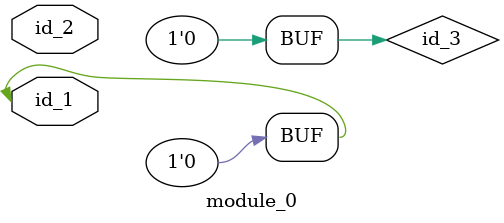
<source format=v>
module module_0 (
    id_1,
    id_2
);
  input wire id_2;
  input wire id_1;
  wire id_3 = -id_1;
  assign id_3 = -1'b0;
endmodule
module module_1 (
    id_1,
    id_2,
    id_3,
    id_4,
    id_5,
    id_6,
    id_7,
    id_8,
    id_9
);
  output wire id_9;
  inout wire id_8;
  input wire id_7;
  module_0 modCall_1 (
      id_4,
      id_4
  );
  output wire id_6;
  output wire id_5;
  inout wire id_4;
  inout wire id_3;
  output wire id_2;
  output wire id_1;
  wire id_10;
  wire id_11;
endmodule

</source>
